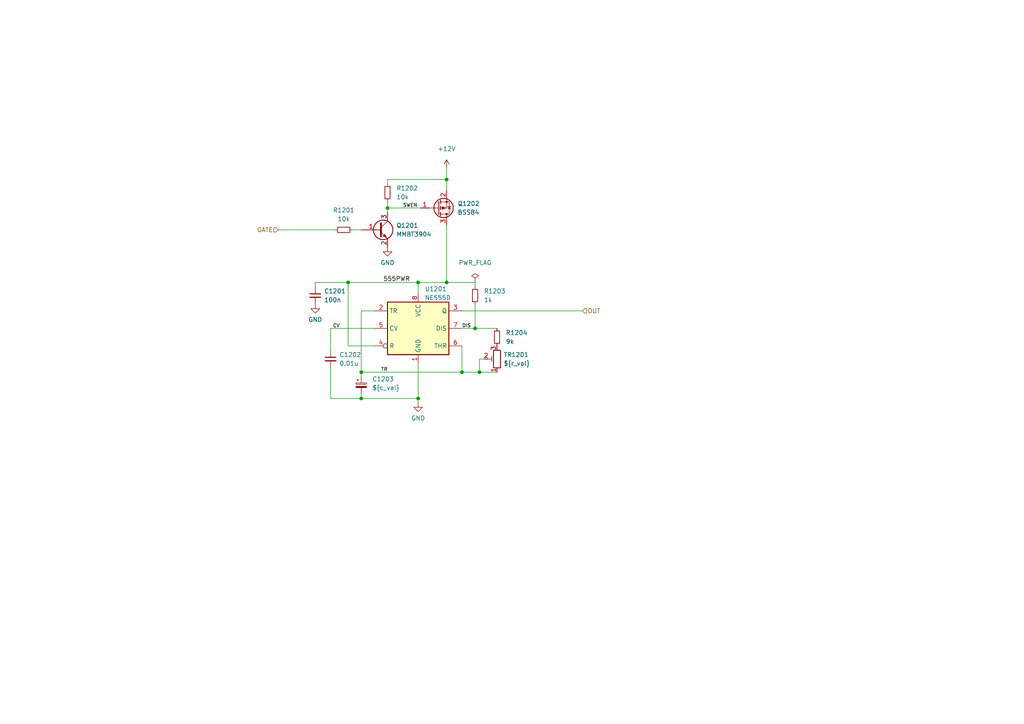
<source format=kicad_sch>
(kicad_sch (version 20211123) (generator eeschema)

  (uuid a90b1f9b-1959-4c6f-81d5-7aa7829bb25e)

  (paper "A4")

  (lib_symbols
    (symbol "Device:C_Polarized_Small" (pin_numbers hide) (pin_names (offset 0.254) hide) (in_bom yes) (on_board yes)
      (property "Reference" "C" (id 0) (at 0.254 1.778 0)
        (effects (font (size 1.27 1.27)) (justify left))
      )
      (property "Value" "C_Polarized_Small" (id 1) (at 0.254 -2.032 0)
        (effects (font (size 1.27 1.27)) (justify left))
      )
      (property "Footprint" "" (id 2) (at 0 0 0)
        (effects (font (size 1.27 1.27)) hide)
      )
      (property "Datasheet" "~" (id 3) (at 0 0 0)
        (effects (font (size 1.27 1.27)) hide)
      )
      (property "ki_keywords" "cap capacitor" (id 4) (at 0 0 0)
        (effects (font (size 1.27 1.27)) hide)
      )
      (property "ki_description" "Polarized capacitor, small symbol" (id 5) (at 0 0 0)
        (effects (font (size 1.27 1.27)) hide)
      )
      (property "ki_fp_filters" "CP_*" (id 6) (at 0 0 0)
        (effects (font (size 1.27 1.27)) hide)
      )
      (symbol "C_Polarized_Small_0_1"
        (rectangle (start -1.524 -0.3048) (end 1.524 -0.6858)
          (stroke (width 0) (type default) (color 0 0 0 0))
          (fill (type outline))
        )
        (rectangle (start -1.524 0.6858) (end 1.524 0.3048)
          (stroke (width 0) (type default) (color 0 0 0 0))
          (fill (type none))
        )
        (polyline
          (pts
            (xy -1.27 1.524)
            (xy -0.762 1.524)
          )
          (stroke (width 0) (type default) (color 0 0 0 0))
          (fill (type none))
        )
        (polyline
          (pts
            (xy -1.016 1.27)
            (xy -1.016 1.778)
          )
          (stroke (width 0) (type default) (color 0 0 0 0))
          (fill (type none))
        )
      )
      (symbol "C_Polarized_Small_1_1"
        (pin passive line (at 0 2.54 270) (length 1.8542)
          (name "~" (effects (font (size 1.27 1.27))))
          (number "1" (effects (font (size 1.27 1.27))))
        )
        (pin passive line (at 0 -2.54 90) (length 1.8542)
          (name "~" (effects (font (size 1.27 1.27))))
          (number "2" (effects (font (size 1.27 1.27))))
        )
      )
    )
    (symbol "Device:C_Small" (pin_numbers hide) (pin_names (offset 0.254) hide) (in_bom yes) (on_board yes)
      (property "Reference" "C" (id 0) (at 0.254 1.778 0)
        (effects (font (size 1.27 1.27)) (justify left))
      )
      (property "Value" "C_Small" (id 1) (at 0.254 -2.032 0)
        (effects (font (size 1.27 1.27)) (justify left))
      )
      (property "Footprint" "" (id 2) (at 0 0 0)
        (effects (font (size 1.27 1.27)) hide)
      )
      (property "Datasheet" "~" (id 3) (at 0 0 0)
        (effects (font (size 1.27 1.27)) hide)
      )
      (property "ki_keywords" "capacitor cap" (id 4) (at 0 0 0)
        (effects (font (size 1.27 1.27)) hide)
      )
      (property "ki_description" "Unpolarized capacitor, small symbol" (id 5) (at 0 0 0)
        (effects (font (size 1.27 1.27)) hide)
      )
      (property "ki_fp_filters" "C_*" (id 6) (at 0 0 0)
        (effects (font (size 1.27 1.27)) hide)
      )
      (symbol "C_Small_0_1"
        (polyline
          (pts
            (xy -1.524 -0.508)
            (xy 1.524 -0.508)
          )
          (stroke (width 0.3302) (type default) (color 0 0 0 0))
          (fill (type none))
        )
        (polyline
          (pts
            (xy -1.524 0.508)
            (xy 1.524 0.508)
          )
          (stroke (width 0.3048) (type default) (color 0 0 0 0))
          (fill (type none))
        )
      )
      (symbol "C_Small_1_1"
        (pin passive line (at 0 2.54 270) (length 2.032)
          (name "~" (effects (font (size 1.27 1.27))))
          (number "1" (effects (font (size 1.27 1.27))))
        )
        (pin passive line (at 0 -2.54 90) (length 2.032)
          (name "~" (effects (font (size 1.27 1.27))))
          (number "2" (effects (font (size 1.27 1.27))))
        )
      )
    )
    (symbol "Device:R_Potentiometer_Trim" (pin_names (offset 1.016) hide) (in_bom yes) (on_board yes)
      (property "Reference" "RV" (id 0) (at -4.445 0 90)
        (effects (font (size 1.27 1.27)))
      )
      (property "Value" "R_Potentiometer_Trim" (id 1) (at -2.54 0 90)
        (effects (font (size 1.27 1.27)))
      )
      (property "Footprint" "" (id 2) (at 0 0 0)
        (effects (font (size 1.27 1.27)) hide)
      )
      (property "Datasheet" "~" (id 3) (at 0 0 0)
        (effects (font (size 1.27 1.27)) hide)
      )
      (property "ki_keywords" "resistor variable trimpot trimmer" (id 4) (at 0 0 0)
        (effects (font (size 1.27 1.27)) hide)
      )
      (property "ki_description" "Trim-potentiometer" (id 5) (at 0 0 0)
        (effects (font (size 1.27 1.27)) hide)
      )
      (property "ki_fp_filters" "Potentiometer*" (id 6) (at 0 0 0)
        (effects (font (size 1.27 1.27)) hide)
      )
      (symbol "R_Potentiometer_Trim_0_1"
        (polyline
          (pts
            (xy 1.524 0.762)
            (xy 1.524 -0.762)
          )
          (stroke (width 0) (type default) (color 0 0 0 0))
          (fill (type none))
        )
        (polyline
          (pts
            (xy 2.54 0)
            (xy 1.524 0)
          )
          (stroke (width 0) (type default) (color 0 0 0 0))
          (fill (type none))
        )
        (rectangle (start 1.016 2.54) (end -1.016 -2.54)
          (stroke (width 0.254) (type default) (color 0 0 0 0))
          (fill (type none))
        )
      )
      (symbol "R_Potentiometer_Trim_1_1"
        (pin passive line (at 0 3.81 270) (length 1.27)
          (name "1" (effects (font (size 1.27 1.27))))
          (number "1" (effects (font (size 1.27 1.27))))
        )
        (pin passive line (at 3.81 0 180) (length 1.27)
          (name "2" (effects (font (size 1.27 1.27))))
          (number "2" (effects (font (size 1.27 1.27))))
        )
        (pin passive line (at 0 -3.81 90) (length 1.27)
          (name "3" (effects (font (size 1.27 1.27))))
          (number "3" (effects (font (size 1.27 1.27))))
        )
      )
    )
    (symbol "Device:R_Small" (pin_numbers hide) (pin_names (offset 0.254) hide) (in_bom yes) (on_board yes)
      (property "Reference" "R" (id 0) (at 0.762 0.508 0)
        (effects (font (size 1.27 1.27)) (justify left))
      )
      (property "Value" "R_Small" (id 1) (at 0.762 -1.016 0)
        (effects (font (size 1.27 1.27)) (justify left))
      )
      (property "Footprint" "" (id 2) (at 0 0 0)
        (effects (font (size 1.27 1.27)) hide)
      )
      (property "Datasheet" "~" (id 3) (at 0 0 0)
        (effects (font (size 1.27 1.27)) hide)
      )
      (property "ki_keywords" "R resistor" (id 4) (at 0 0 0)
        (effects (font (size 1.27 1.27)) hide)
      )
      (property "ki_description" "Resistor, small symbol" (id 5) (at 0 0 0)
        (effects (font (size 1.27 1.27)) hide)
      )
      (property "ki_fp_filters" "R_*" (id 6) (at 0 0 0)
        (effects (font (size 1.27 1.27)) hide)
      )
      (symbol "R_Small_0_1"
        (rectangle (start -0.762 1.778) (end 0.762 -1.778)
          (stroke (width 0.2032) (type default) (color 0 0 0 0))
          (fill (type none))
        )
      )
      (symbol "R_Small_1_1"
        (pin passive line (at 0 2.54 270) (length 0.762)
          (name "~" (effects (font (size 1.27 1.27))))
          (number "1" (effects (font (size 1.27 1.27))))
        )
        (pin passive line (at 0 -2.54 90) (length 0.762)
          (name "~" (effects (font (size 1.27 1.27))))
          (number "2" (effects (font (size 1.27 1.27))))
        )
      )
    )
    (symbol "Timer:NE555D" (in_bom yes) (on_board yes)
      (property "Reference" "U" (id 0) (at -10.16 8.89 0)
        (effects (font (size 1.27 1.27)) (justify left))
      )
      (property "Value" "NE555D" (id 1) (at 2.54 8.89 0)
        (effects (font (size 1.27 1.27)) (justify left))
      )
      (property "Footprint" "Package_SO:SOIC-8_3.9x4.9mm_P1.27mm" (id 2) (at 21.59 -10.16 0)
        (effects (font (size 1.27 1.27)) hide)
      )
      (property "Datasheet" "http://www.ti.com/lit/ds/symlink/ne555.pdf" (id 3) (at 21.59 -10.16 0)
        (effects (font (size 1.27 1.27)) hide)
      )
      (property "ki_keywords" "single timer 555" (id 4) (at 0 0 0)
        (effects (font (size 1.27 1.27)) hide)
      )
      (property "ki_description" "Precision Timers, 555 compatible, SOIC-8" (id 5) (at 0 0 0)
        (effects (font (size 1.27 1.27)) hide)
      )
      (property "ki_fp_filters" "SOIC*3.9x4.9mm*P1.27mm*" (id 6) (at 0 0 0)
        (effects (font (size 1.27 1.27)) hide)
      )
      (symbol "NE555D_0_0"
        (pin power_in line (at 0 -10.16 90) (length 2.54)
          (name "GND" (effects (font (size 1.27 1.27))))
          (number "1" (effects (font (size 1.27 1.27))))
        )
        (pin power_in line (at 0 10.16 270) (length 2.54)
          (name "VCC" (effects (font (size 1.27 1.27))))
          (number "8" (effects (font (size 1.27 1.27))))
        )
      )
      (symbol "NE555D_0_1"
        (rectangle (start -8.89 -7.62) (end 8.89 7.62)
          (stroke (width 0.254) (type default) (color 0 0 0 0))
          (fill (type background))
        )
        (rectangle (start -8.89 -7.62) (end 8.89 7.62)
          (stroke (width 0.254) (type default) (color 0 0 0 0))
          (fill (type background))
        )
      )
      (symbol "NE555D_1_1"
        (pin input line (at -12.7 5.08 0) (length 3.81)
          (name "TR" (effects (font (size 1.27 1.27))))
          (number "2" (effects (font (size 1.27 1.27))))
        )
        (pin output line (at 12.7 5.08 180) (length 3.81)
          (name "Q" (effects (font (size 1.27 1.27))))
          (number "3" (effects (font (size 1.27 1.27))))
        )
        (pin input inverted (at -12.7 -5.08 0) (length 3.81)
          (name "R" (effects (font (size 1.27 1.27))))
          (number "4" (effects (font (size 1.27 1.27))))
        )
        (pin input line (at -12.7 0 0) (length 3.81)
          (name "CV" (effects (font (size 1.27 1.27))))
          (number "5" (effects (font (size 1.27 1.27))))
        )
        (pin input line (at 12.7 -5.08 180) (length 3.81)
          (name "THR" (effects (font (size 1.27 1.27))))
          (number "6" (effects (font (size 1.27 1.27))))
        )
        (pin input line (at 12.7 0 180) (length 3.81)
          (name "DIS" (effects (font (size 1.27 1.27))))
          (number "7" (effects (font (size 1.27 1.27))))
        )
      )
    )
    (symbol "Transistor_BJT:MMBT3904" (pin_names (offset 0) hide) (in_bom yes) (on_board yes)
      (property "Reference" "Q" (id 0) (at 5.08 1.905 0)
        (effects (font (size 1.27 1.27)) (justify left))
      )
      (property "Value" "MMBT3904" (id 1) (at 5.08 0 0)
        (effects (font (size 1.27 1.27)) (justify left))
      )
      (property "Footprint" "Package_TO_SOT_SMD:SOT-23" (id 2) (at 5.08 -1.905 0)
        (effects (font (size 1.27 1.27) italic) (justify left) hide)
      )
      (property "Datasheet" "https://www.onsemi.com/pub/Collateral/2N3903-D.PDF" (id 3) (at 0 0 0)
        (effects (font (size 1.27 1.27)) (justify left) hide)
      )
      (property "ki_keywords" "NPN Transistor" (id 4) (at 0 0 0)
        (effects (font (size 1.27 1.27)) hide)
      )
      (property "ki_description" "0.2A Ic, 40V Vce, Small Signal NPN Transistor, SOT-23" (id 5) (at 0 0 0)
        (effects (font (size 1.27 1.27)) hide)
      )
      (property "ki_fp_filters" "SOT?23*" (id 6) (at 0 0 0)
        (effects (font (size 1.27 1.27)) hide)
      )
      (symbol "MMBT3904_0_1"
        (polyline
          (pts
            (xy 0.635 0.635)
            (xy 2.54 2.54)
          )
          (stroke (width 0) (type default) (color 0 0 0 0))
          (fill (type none))
        )
        (polyline
          (pts
            (xy 0.635 -0.635)
            (xy 2.54 -2.54)
            (xy 2.54 -2.54)
          )
          (stroke (width 0) (type default) (color 0 0 0 0))
          (fill (type none))
        )
        (polyline
          (pts
            (xy 0.635 1.905)
            (xy 0.635 -1.905)
            (xy 0.635 -1.905)
          )
          (stroke (width 0.508) (type default) (color 0 0 0 0))
          (fill (type none))
        )
        (polyline
          (pts
            (xy 1.27 -1.778)
            (xy 1.778 -1.27)
            (xy 2.286 -2.286)
            (xy 1.27 -1.778)
            (xy 1.27 -1.778)
          )
          (stroke (width 0) (type default) (color 0 0 0 0))
          (fill (type outline))
        )
        (circle (center 1.27 0) (radius 2.8194)
          (stroke (width 0.254) (type default) (color 0 0 0 0))
          (fill (type none))
        )
      )
      (symbol "MMBT3904_1_1"
        (pin input line (at -5.08 0 0) (length 5.715)
          (name "B" (effects (font (size 1.27 1.27))))
          (number "1" (effects (font (size 1.27 1.27))))
        )
        (pin passive line (at 2.54 -5.08 90) (length 2.54)
          (name "E" (effects (font (size 1.27 1.27))))
          (number "2" (effects (font (size 1.27 1.27))))
        )
        (pin passive line (at 2.54 5.08 270) (length 2.54)
          (name "C" (effects (font (size 1.27 1.27))))
          (number "3" (effects (font (size 1.27 1.27))))
        )
      )
    )
    (symbol "Transistor_FET:BSS84" (pin_names hide) (in_bom yes) (on_board yes)
      (property "Reference" "Q" (id 0) (at 5.08 1.905 0)
        (effects (font (size 1.27 1.27)) (justify left))
      )
      (property "Value" "BSS84" (id 1) (at 5.08 0 0)
        (effects (font (size 1.27 1.27)) (justify left))
      )
      (property "Footprint" "Package_TO_SOT_SMD:SOT-23" (id 2) (at 5.08 -1.905 0)
        (effects (font (size 1.27 1.27) italic) (justify left) hide)
      )
      (property "Datasheet" "http://assets.nexperia.com/documents/data-sheet/BSS84.pdf" (id 3) (at 0 0 0)
        (effects (font (size 1.27 1.27)) (justify left) hide)
      )
      (property "ki_keywords" "P-Channel MOSFET" (id 4) (at 0 0 0)
        (effects (font (size 1.27 1.27)) hide)
      )
      (property "ki_description" "-0.13A Id, -50V Vds, P-Channel MOSFET, SOT-23" (id 5) (at 0 0 0)
        (effects (font (size 1.27 1.27)) hide)
      )
      (property "ki_fp_filters" "SOT?23*" (id 6) (at 0 0 0)
        (effects (font (size 1.27 1.27)) hide)
      )
      (symbol "BSS84_0_1"
        (polyline
          (pts
            (xy 0.254 0)
            (xy -2.54 0)
          )
          (stroke (width 0) (type default) (color 0 0 0 0))
          (fill (type none))
        )
        (polyline
          (pts
            (xy 0.254 1.905)
            (xy 0.254 -1.905)
          )
          (stroke (width 0.254) (type default) (color 0 0 0 0))
          (fill (type none))
        )
        (polyline
          (pts
            (xy 0.762 -1.27)
            (xy 0.762 -2.286)
          )
          (stroke (width 0.254) (type default) (color 0 0 0 0))
          (fill (type none))
        )
        (polyline
          (pts
            (xy 0.762 0.508)
            (xy 0.762 -0.508)
          )
          (stroke (width 0.254) (type default) (color 0 0 0 0))
          (fill (type none))
        )
        (polyline
          (pts
            (xy 0.762 2.286)
            (xy 0.762 1.27)
          )
          (stroke (width 0.254) (type default) (color 0 0 0 0))
          (fill (type none))
        )
        (polyline
          (pts
            (xy 2.54 2.54)
            (xy 2.54 1.778)
          )
          (stroke (width 0) (type default) (color 0 0 0 0))
          (fill (type none))
        )
        (polyline
          (pts
            (xy 2.54 -2.54)
            (xy 2.54 0)
            (xy 0.762 0)
          )
          (stroke (width 0) (type default) (color 0 0 0 0))
          (fill (type none))
        )
        (polyline
          (pts
            (xy 0.762 1.778)
            (xy 3.302 1.778)
            (xy 3.302 -1.778)
            (xy 0.762 -1.778)
          )
          (stroke (width 0) (type default) (color 0 0 0 0))
          (fill (type none))
        )
        (polyline
          (pts
            (xy 2.286 0)
            (xy 1.27 0.381)
            (xy 1.27 -0.381)
            (xy 2.286 0)
          )
          (stroke (width 0) (type default) (color 0 0 0 0))
          (fill (type outline))
        )
        (polyline
          (pts
            (xy 2.794 -0.508)
            (xy 2.921 -0.381)
            (xy 3.683 -0.381)
            (xy 3.81 -0.254)
          )
          (stroke (width 0) (type default) (color 0 0 0 0))
          (fill (type none))
        )
        (polyline
          (pts
            (xy 3.302 -0.381)
            (xy 2.921 0.254)
            (xy 3.683 0.254)
            (xy 3.302 -0.381)
          )
          (stroke (width 0) (type default) (color 0 0 0 0))
          (fill (type none))
        )
        (circle (center 1.651 0) (radius 2.794)
          (stroke (width 0.254) (type default) (color 0 0 0 0))
          (fill (type none))
        )
        (circle (center 2.54 -1.778) (radius 0.254)
          (stroke (width 0) (type default) (color 0 0 0 0))
          (fill (type outline))
        )
        (circle (center 2.54 1.778) (radius 0.254)
          (stroke (width 0) (type default) (color 0 0 0 0))
          (fill (type outline))
        )
      )
      (symbol "BSS84_1_1"
        (pin input line (at -5.08 0 0) (length 2.54)
          (name "G" (effects (font (size 1.27 1.27))))
          (number "1" (effects (font (size 1.27 1.27))))
        )
        (pin passive line (at 2.54 -5.08 90) (length 2.54)
          (name "S" (effects (font (size 1.27 1.27))))
          (number "2" (effects (font (size 1.27 1.27))))
        )
        (pin passive line (at 2.54 5.08 270) (length 2.54)
          (name "D" (effects (font (size 1.27 1.27))))
          (number "3" (effects (font (size 1.27 1.27))))
        )
      )
    )
    (symbol "power:+12V" (power) (pin_names (offset 0)) (in_bom yes) (on_board yes)
      (property "Reference" "#PWR" (id 0) (at 0 -3.81 0)
        (effects (font (size 1.27 1.27)) hide)
      )
      (property "Value" "+12V" (id 1) (at 0 3.556 0)
        (effects (font (size 1.27 1.27)))
      )
      (property "Footprint" "" (id 2) (at 0 0 0)
        (effects (font (size 1.27 1.27)) hide)
      )
      (property "Datasheet" "" (id 3) (at 0 0 0)
        (effects (font (size 1.27 1.27)) hide)
      )
      (property "ki_keywords" "power-flag" (id 4) (at 0 0 0)
        (effects (font (size 1.27 1.27)) hide)
      )
      (property "ki_description" "Power symbol creates a global label with name \"+12V\"" (id 5) (at 0 0 0)
        (effects (font (size 1.27 1.27)) hide)
      )
      (symbol "+12V_0_1"
        (polyline
          (pts
            (xy -0.762 1.27)
            (xy 0 2.54)
          )
          (stroke (width 0) (type default) (color 0 0 0 0))
          (fill (type none))
        )
        (polyline
          (pts
            (xy 0 0)
            (xy 0 2.54)
          )
          (stroke (width 0) (type default) (color 0 0 0 0))
          (fill (type none))
        )
        (polyline
          (pts
            (xy 0 2.54)
            (xy 0.762 1.27)
          )
          (stroke (width 0) (type default) (color 0 0 0 0))
          (fill (type none))
        )
      )
      (symbol "+12V_1_1"
        (pin power_in line (at 0 0 90) (length 0) hide
          (name "+12V" (effects (font (size 1.27 1.27))))
          (number "1" (effects (font (size 1.27 1.27))))
        )
      )
    )
    (symbol "power:GND" (power) (pin_names (offset 0)) (in_bom yes) (on_board yes)
      (property "Reference" "#PWR" (id 0) (at 0 -6.35 0)
        (effects (font (size 1.27 1.27)) hide)
      )
      (property "Value" "GND" (id 1) (at 0 -3.81 0)
        (effects (font (size 1.27 1.27)))
      )
      (property "Footprint" "" (id 2) (at 0 0 0)
        (effects (font (size 1.27 1.27)) hide)
      )
      (property "Datasheet" "" (id 3) (at 0 0 0)
        (effects (font (size 1.27 1.27)) hide)
      )
      (property "ki_keywords" "power-flag" (id 4) (at 0 0 0)
        (effects (font (size 1.27 1.27)) hide)
      )
      (property "ki_description" "Power symbol creates a global label with name \"GND\" , ground" (id 5) (at 0 0 0)
        (effects (font (size 1.27 1.27)) hide)
      )
      (symbol "GND_0_1"
        (polyline
          (pts
            (xy 0 0)
            (xy 0 -1.27)
            (xy 1.27 -1.27)
            (xy 0 -2.54)
            (xy -1.27 -1.27)
            (xy 0 -1.27)
          )
          (stroke (width 0) (type default) (color 0 0 0 0))
          (fill (type none))
        )
      )
      (symbol "GND_1_1"
        (pin power_in line (at 0 0 270) (length 0) hide
          (name "GND" (effects (font (size 1.27 1.27))))
          (number "1" (effects (font (size 1.27 1.27))))
        )
      )
    )
    (symbol "power:PWR_FLAG" (power) (pin_numbers hide) (pin_names (offset 0) hide) (in_bom yes) (on_board yes)
      (property "Reference" "#FLG" (id 0) (at 0 1.905 0)
        (effects (font (size 1.27 1.27)) hide)
      )
      (property "Value" "PWR_FLAG" (id 1) (at 0 3.81 0)
        (effects (font (size 1.27 1.27)))
      )
      (property "Footprint" "" (id 2) (at 0 0 0)
        (effects (font (size 1.27 1.27)) hide)
      )
      (property "Datasheet" "~" (id 3) (at 0 0 0)
        (effects (font (size 1.27 1.27)) hide)
      )
      (property "ki_keywords" "power-flag" (id 4) (at 0 0 0)
        (effects (font (size 1.27 1.27)) hide)
      )
      (property "ki_description" "Special symbol for telling ERC where power comes from" (id 5) (at 0 0 0)
        (effects (font (size 1.27 1.27)) hide)
      )
      (symbol "PWR_FLAG_0_0"
        (pin power_out line (at 0 0 90) (length 0)
          (name "pwr" (effects (font (size 1.27 1.27))))
          (number "1" (effects (font (size 1.27 1.27))))
        )
      )
      (symbol "PWR_FLAG_0_1"
        (polyline
          (pts
            (xy 0 0)
            (xy 0 1.27)
            (xy -1.016 1.905)
            (xy 0 2.54)
            (xy 1.016 1.905)
            (xy 0 1.27)
          )
          (stroke (width 0) (type default) (color 0 0 0 0))
          (fill (type none))
        )
      )
    )
  )

  (junction (at 129.54 81.915) (diameter 0) (color 0 0 0 0)
    (uuid 5e09d4da-fcca-479e-8306-7dbeda444bed)
  )
  (junction (at 129.54 52.07) (diameter 0) (color 0 0 0 0)
    (uuid 62167d0b-6598-49b7-9df5-9ec90d6cdf4d)
  )
  (junction (at 104.775 115.57) (diameter 0) (color 0 0 0 0)
    (uuid 630d8b55-2334-47c1-be73-fa3b4ad9f0b9)
  )
  (junction (at 104.775 107.95) (diameter 0) (color 0 0 0 0)
    (uuid a1a6289d-38c4-4826-a34a-01c8abf09b14)
  )
  (junction (at 121.285 115.57) (diameter 0) (color 0 0 0 0)
    (uuid a1b7b0ad-25a6-478b-81af-0f8d7add8d00)
  )
  (junction (at 100.965 81.915) (diameter 0) (color 0 0 0 0)
    (uuid a8799d19-62d3-4734-80b6-e9d96c87614e)
  )
  (junction (at 121.285 81.915) (diameter 0) (color 0 0 0 0)
    (uuid ab1908aa-b14d-48bc-9f59-703cbcaab7cf)
  )
  (junction (at 139.065 107.95) (diameter 0) (color 0 0 0 0)
    (uuid b2795871-2509-4986-8bd2-255d4fa785cd)
  )
  (junction (at 137.795 95.25) (diameter 0) (color 0 0 0 0)
    (uuid b82aed52-7d9b-405a-826c-107d5d6bf096)
  )
  (junction (at 112.395 60.325) (diameter 0) (color 0 0 0 0)
    (uuid d806c9e7-761f-4ccd-8bba-605302ffc784)
  )
  (junction (at 133.985 107.95) (diameter 0) (color 0 0 0 0)
    (uuid e7877a0c-f0fe-44b8-a1a5-0e44a14944ab)
  )

  (wire (pts (xy 139.065 107.95) (xy 133.985 107.95))
    (stroke (width 0) (type default) (color 0 0 0 0))
    (uuid 06ddd0c9-a6ea-4ad3-91c9-f567113b10e3)
  )
  (wire (pts (xy 112.395 60.325) (xy 121.92 60.325))
    (stroke (width 0) (type default) (color 0 0 0 0))
    (uuid 075bbee3-d6ac-4cb9-92e5-c802c18b8c95)
  )
  (wire (pts (xy 112.395 58.42) (xy 112.395 60.325))
    (stroke (width 0) (type default) (color 0 0 0 0))
    (uuid 0cc45afc-4379-4cd7-a2f5-b6d56a99eeba)
  )
  (wire (pts (xy 80.645 66.675) (xy 97.155 66.675))
    (stroke (width 0) (type default) (color 0 0 0 0))
    (uuid 1f3cec33-c5d4-42cf-9b3c-cac8c9d4f476)
  )
  (wire (pts (xy 139.065 104.14) (xy 139.065 107.95))
    (stroke (width 0) (type default) (color 0 0 0 0))
    (uuid 21016f9f-4e45-4faf-8635-319c8c83d452)
  )
  (wire (pts (xy 133.985 100.33) (xy 133.985 107.95))
    (stroke (width 0) (type default) (color 0 0 0 0))
    (uuid 27b15152-5167-4298-ae0f-06442ae89d22)
  )
  (wire (pts (xy 121.285 105.41) (xy 121.285 115.57))
    (stroke (width 0) (type default) (color 0 0 0 0))
    (uuid 2b570b8a-109a-422b-9186-c6f91a7cc0d3)
  )
  (wire (pts (xy 144.145 95.25) (xy 137.795 95.25))
    (stroke (width 0) (type default) (color 0 0 0 0))
    (uuid 2f3053e0-7eaa-473b-b723-7fdc84526a8c)
  )
  (wire (pts (xy 108.585 100.33) (xy 100.965 100.33))
    (stroke (width 0) (type default) (color 0 0 0 0))
    (uuid 3b65cb1e-5a26-4669-b1a2-072b696107e7)
  )
  (wire (pts (xy 104.775 115.57) (xy 121.285 115.57))
    (stroke (width 0) (type default) (color 0 0 0 0))
    (uuid 4279a3dd-142b-412f-aba0-cf0f4679e11d)
  )
  (wire (pts (xy 95.885 101.6) (xy 95.885 95.25))
    (stroke (width 0) (type default) (color 0 0 0 0))
    (uuid 43c8e238-d708-4989-b6eb-6bf5d801b07f)
  )
  (wire (pts (xy 129.54 81.915) (xy 137.795 81.915))
    (stroke (width 0) (type default) (color 0 0 0 0))
    (uuid 47848156-76c9-44cc-a989-4926bc5be57b)
  )
  (wire (pts (xy 102.235 66.675) (xy 104.775 66.675))
    (stroke (width 0) (type default) (color 0 0 0 0))
    (uuid 4f6eee83-5303-45e9-8392-4851d727108a)
  )
  (wire (pts (xy 104.775 109.22) (xy 104.775 107.95))
    (stroke (width 0) (type default) (color 0 0 0 0))
    (uuid 589ebebd-5cfb-4545-9afd-98a761b65063)
  )
  (wire (pts (xy 129.54 65.405) (xy 129.54 81.915))
    (stroke (width 0) (type default) (color 0 0 0 0))
    (uuid 59eafc9c-f3e2-41e5-9497-3b11c69b25c0)
  )
  (wire (pts (xy 140.335 104.14) (xy 139.065 104.14))
    (stroke (width 0) (type default) (color 0 0 0 0))
    (uuid 5fa25b89-90a9-492d-a85a-abd25804fc1d)
  )
  (wire (pts (xy 100.965 81.915) (xy 121.285 81.915))
    (stroke (width 0) (type default) (color 0 0 0 0))
    (uuid 64f47944-857b-4dd3-81c2-8420ac1b2619)
  )
  (wire (pts (xy 121.285 81.915) (xy 121.285 85.09))
    (stroke (width 0) (type default) (color 0 0 0 0))
    (uuid 6c38259e-37e1-448c-beee-0476808f3745)
  )
  (wire (pts (xy 95.885 95.25) (xy 108.585 95.25))
    (stroke (width 0) (type default) (color 0 0 0 0))
    (uuid 70d4fb28-e842-454d-a879-39e52579517f)
  )
  (wire (pts (xy 95.885 115.57) (xy 95.885 106.68))
    (stroke (width 0) (type default) (color 0 0 0 0))
    (uuid 729e856b-9b1a-4571-9fda-9b5db85564ab)
  )
  (wire (pts (xy 129.54 81.915) (xy 121.285 81.915))
    (stroke (width 0) (type default) (color 0 0 0 0))
    (uuid 83ddc02f-3b11-4658-95bc-fb7fb38a296d)
  )
  (wire (pts (xy 100.965 100.33) (xy 100.965 81.915))
    (stroke (width 0) (type default) (color 0 0 0 0))
    (uuid 84913913-2b70-4e7e-8a04-f59dc46fbc82)
  )
  (wire (pts (xy 144.145 107.95) (xy 139.065 107.95))
    (stroke (width 0) (type default) (color 0 0 0 0))
    (uuid 867b056e-1dd5-49ff-9c60-c7e238c9fb76)
  )
  (wire (pts (xy 100.965 81.915) (xy 91.44 81.915))
    (stroke (width 0) (type default) (color 0 0 0 0))
    (uuid 86ac770b-0f97-4df1-a67d-4b7fb8a1e54b)
  )
  (wire (pts (xy 112.395 53.34) (xy 112.395 52.07))
    (stroke (width 0) (type default) (color 0 0 0 0))
    (uuid 8f851cb5-ab46-4fab-bfae-1fc2a316fbcb)
  )
  (wire (pts (xy 112.395 52.07) (xy 129.54 52.07))
    (stroke (width 0) (type default) (color 0 0 0 0))
    (uuid 9cc38e11-80bf-4bb7-96d1-6de790fadf9d)
  )
  (wire (pts (xy 104.775 90.17) (xy 108.585 90.17))
    (stroke (width 0) (type default) (color 0 0 0 0))
    (uuid 9ff62801-3e50-4585-8a8f-61733f8ac4bb)
  )
  (wire (pts (xy 104.775 107.95) (xy 104.775 90.17))
    (stroke (width 0) (type default) (color 0 0 0 0))
    (uuid a3bf7523-0f5b-41a7-9b31-b874787e54ef)
  )
  (wire (pts (xy 133.985 90.17) (xy 168.91 90.17))
    (stroke (width 0) (type default) (color 0 0 0 0))
    (uuid a6b39912-8175-43db-b857-ef3e044e5c4e)
  )
  (wire (pts (xy 129.54 52.07) (xy 129.54 55.245))
    (stroke (width 0) (type default) (color 0 0 0 0))
    (uuid a761032c-018e-4400-bce2-02413a320c0a)
  )
  (wire (pts (xy 104.775 115.57) (xy 95.885 115.57))
    (stroke (width 0) (type default) (color 0 0 0 0))
    (uuid afd3e5d8-2bef-4e63-a052-6dc5d641538a)
  )
  (wire (pts (xy 104.775 115.57) (xy 104.775 114.3))
    (stroke (width 0) (type default) (color 0 0 0 0))
    (uuid bc0b0f4f-1d85-4e48-b6b2-a4edede16db9)
  )
  (wire (pts (xy 112.395 60.325) (xy 112.395 61.595))
    (stroke (width 0) (type default) (color 0 0 0 0))
    (uuid cce6ad35-e88c-400f-b4b0-c06eb5dd3c29)
  )
  (wire (pts (xy 121.285 116.84) (xy 121.285 115.57))
    (stroke (width 0) (type default) (color 0 0 0 0))
    (uuid d018cc3d-57ff-4aef-9c3a-dc97fc39001d)
  )
  (wire (pts (xy 137.795 88.265) (xy 137.795 95.25))
    (stroke (width 0) (type default) (color 0 0 0 0))
    (uuid e09f1872-8437-4ca8-9b08-305d8222645a)
  )
  (wire (pts (xy 137.795 83.185) (xy 137.795 81.915))
    (stroke (width 0) (type default) (color 0 0 0 0))
    (uuid e103bfd7-2a61-4cf8-8cba-2531049e2b54)
  )
  (wire (pts (xy 133.985 107.95) (xy 104.775 107.95))
    (stroke (width 0) (type default) (color 0 0 0 0))
    (uuid ec774ee7-ea32-4768-9638-46edba2aefa9)
  )
  (wire (pts (xy 91.44 81.915) (xy 91.44 83.185))
    (stroke (width 0) (type default) (color 0 0 0 0))
    (uuid f37ddb53-5922-4fdf-b445-e61cd3702d46)
  )
  (wire (pts (xy 133.985 95.25) (xy 137.795 95.25))
    (stroke (width 0) (type default) (color 0 0 0 0))
    (uuid fa325855-5a20-4c40-b392-d2facfcfe14e)
  )
  (wire (pts (xy 129.54 48.895) (xy 129.54 52.07))
    (stroke (width 0) (type default) (color 0 0 0 0))
    (uuid ff6839b7-0382-4d0e-b167-f2f7543832ec)
  )

  (label "CV" (at 96.52 95.25 0)
    (effects (font (size 1 1)) (justify left bottom))
    (uuid 0c882c65-a66f-47b3-911f-faa45ae750f2)
  )
  (label "555PWR" (at 111.125 81.915 0)
    (effects (font (size 1.27 1.27)) (justify left bottom))
    (uuid 43a8696f-ed67-474d-961c-0383a1b46efb)
  )
  (label "SWEN" (at 116.84 60.325 0)
    (effects (font (size 1 1)) (justify left bottom))
    (uuid 47d33a53-415b-4782-8ad9-b3d30c54b570)
  )
  (label "TR" (at 110.49 107.95 0)
    (effects (font (size 1 1)) (justify left bottom))
    (uuid dfba579c-06ab-4349-a6e0-2aa08462411b)
  )
  (label "DIS" (at 133.985 95.25 0)
    (effects (font (size 1 1)) (justify left bottom))
    (uuid f1f4889f-5ff3-41fe-922f-2b1e879ab480)
  )

  (hierarchical_label "GATE" (shape input) (at 80.645 66.675 180)
    (effects (font (size 1.27 1.27)) (justify right))
    (uuid 3d1f7330-4c97-4c3b-92e2-7ccf23e84403)
  )
  (hierarchical_label "OUT" (shape input) (at 168.91 90.17 0)
    (effects (font (size 1.27 1.27)) (justify left))
    (uuid 75bd7d4d-4dd0-41fa-8af3-f8934c58162b)
  )

  (symbol (lib_id "power:PWR_FLAG") (at 137.795 81.915 0)
    (in_bom yes) (on_board yes) (fields_autoplaced)
    (uuid 0db56d5c-9aa2-4785-b60b-82f267a2be17)
    (property "Reference" "#FLG0113" (id 0) (at 137.795 80.01 0)
      (effects (font (size 1.27 1.27)) hide)
    )
    (property "Value" "PWR_FLAG" (id 1) (at 137.795 76.2 0))
    (property "Footprint" "" (id 2) (at 137.795 81.915 0)
      (effects (font (size 1.27 1.27)) hide)
    )
    (property "Datasheet" "~" (id 3) (at 137.795 81.915 0)
      (effects (font (size 1.27 1.27)) hide)
    )
    (pin "1" (uuid 6f9b3ce9-0003-4406-bea4-8a95c13e7d6a))
  )

  (symbol (lib_id "Device:R_Potentiometer_Trim") (at 144.145 104.14 180)
    (in_bom yes) (on_board yes) (fields_autoplaced)
    (uuid 11250487-1da3-4847-a6f8-d994c3e00b24)
    (property "Reference" "TR1201" (id 0) (at 146.05 102.8699 0)
      (effects (font (size 1.27 1.27)) (justify right))
    )
    (property "Value" "${r_val}" (id 1) (at 146.05 105.4099 0)
      (effects (font (size 1.27 1.27)) (justify right))
    )
    (property "Footprint" "TripleFiveSynth:Potentiometer_Bourns_3224W_Vertical" (id 2) (at 144.145 104.14 0)
      (effects (font (size 1.27 1.27)) hide)
    )
    (property "Datasheet" "~" (id 3) (at 144.145 104.14 0)
      (effects (font (size 1.27 1.27)) hide)
    )
    (pin "1" (uuid f86ca39f-4224-4a5c-ba1a-24bcda5dae89))
    (pin "2" (uuid 78c55dce-bd16-46fb-8de1-db1377dadff9))
    (pin "3" (uuid b72dd3b3-31c1-4971-b175-c8e328b96916))
  )

  (symbol (lib_id "power:GND") (at 121.285 116.84 0)
    (in_bom yes) (on_board yes) (fields_autoplaced)
    (uuid 15546f0e-7a80-41af-a3e4-99a7a8c7b676)
    (property "Reference" "#PWR0153" (id 0) (at 121.285 123.19 0)
      (effects (font (size 1.27 1.27)) hide)
    )
    (property "Value" "GND" (id 1) (at 121.285 121.285 0))
    (property "Footprint" "" (id 2) (at 121.285 116.84 0)
      (effects (font (size 1.27 1.27)) hide)
    )
    (property "Datasheet" "" (id 3) (at 121.285 116.84 0)
      (effects (font (size 1.27 1.27)) hide)
    )
    (pin "1" (uuid c7b9390d-ef51-4522-a97a-3446bb022010))
  )

  (symbol (lib_id "Transistor_BJT:MMBT3904") (at 109.855 66.675 0)
    (in_bom yes) (on_board yes) (fields_autoplaced)
    (uuid 1eb7f254-48cb-4909-bb4e-ea205d00f94d)
    (property "Reference" "Q1201" (id 0) (at 114.935 65.4049 0)
      (effects (font (size 1.27 1.27)) (justify left))
    )
    (property "Value" "MMBT3904" (id 1) (at 114.935 67.9449 0)
      (effects (font (size 1.27 1.27)) (justify left))
    )
    (property "Footprint" "Package_TO_SOT_SMD:SOT-23" (id 2) (at 114.935 68.58 0)
      (effects (font (size 1.27 1.27) italic) (justify left) hide)
    )
    (property "Datasheet" "https://www.onsemi.com/pub/Collateral/2N3903-D.PDF" (id 3) (at 109.855 66.675 0)
      (effects (font (size 1.27 1.27)) (justify left) hide)
    )
    (pin "1" (uuid 2ee802b0-fa1b-425e-b3fc-2926d31a3317))
    (pin "2" (uuid ce4bfce5-5a98-4bfc-a7e8-8411b0c83e11))
    (pin "3" (uuid 42202ab4-d9d6-4893-b0c5-e97adf7bf735))
  )

  (symbol (lib_id "Timer:NE555D") (at 121.285 95.25 0)
    (in_bom yes) (on_board yes)
    (uuid 23609297-2cc7-40ef-9ea7-449a2f0079de)
    (property "Reference" "U1201" (id 0) (at 123.19 83.82 0)
      (effects (font (size 1.27 1.27)) (justify left))
    )
    (property "Value" "NE555D" (id 1) (at 123.19 86.36 0)
      (effects (font (size 1.27 1.27)) (justify left))
    )
    (property "Footprint" "Package_SO:SOIC-8_3.9x4.9mm_P1.27mm" (id 2) (at 142.875 105.41 0)
      (effects (font (size 1.27 1.27)) hide)
    )
    (property "Datasheet" "http://www.ti.com/lit/ds/symlink/ne555.pdf" (id 3) (at 142.875 105.41 0)
      (effects (font (size 1.27 1.27)) hide)
    )
    (pin "1" (uuid df2dbb8d-2e52-479c-9aa7-c540bfef44bb))
    (pin "8" (uuid dbc384f9-5f38-4f93-a88c-1b1bc5959ec6))
    (pin "2" (uuid 5a96d3c7-0cc7-43b2-9a23-69a2339bc578))
    (pin "3" (uuid 7c5c8129-0fb4-4364-b43a-5bfb552ffc79))
    (pin "4" (uuid f8a306c8-ac79-4019-af28-887c8fb57f53))
    (pin "5" (uuid 2a033d4e-6371-49c0-89e6-201155236b2c))
    (pin "6" (uuid e3e12d8e-c106-4221-aea9-22083e14749a))
    (pin "7" (uuid dcd4256b-837d-4116-a816-04418b3394de))
  )

  (symbol (lib_id "Device:C_Small") (at 95.885 104.14 0)
    (in_bom yes) (on_board yes) (fields_autoplaced)
    (uuid 2ad47cb7-2e83-46dc-8238-c822230299ef)
    (property "Reference" "C1202" (id 0) (at 98.425 102.8762 0)
      (effects (font (size 1.27 1.27)) (justify left))
    )
    (property "Value" "0.01u" (id 1) (at 98.425 105.4162 0)
      (effects (font (size 1.27 1.27)) (justify left))
    )
    (property "Footprint" "Capacitor_SMD:C_0603_1608Metric" (id 2) (at 95.885 104.14 0)
      (effects (font (size 1.27 1.27)) hide)
    )
    (property "Datasheet" "~" (id 3) (at 95.885 104.14 0)
      (effects (font (size 1.27 1.27)) hide)
    )
    (pin "1" (uuid 7d2b19f2-da73-4970-baf9-579673d99fd3))
    (pin "2" (uuid c6f07f09-0dc1-4ce1-8fe0-f084de5bcbc2))
  )

  (symbol (lib_id "power:GND") (at 91.44 88.265 0)
    (in_bom yes) (on_board yes) (fields_autoplaced)
    (uuid 5bd3c37e-064a-48f5-955e-5fd9664a8a81)
    (property "Reference" "#PWR0150" (id 0) (at 91.44 94.615 0)
      (effects (font (size 1.27 1.27)) hide)
    )
    (property "Value" "GND" (id 1) (at 91.44 92.71 0))
    (property "Footprint" "" (id 2) (at 91.44 88.265 0)
      (effects (font (size 1.27 1.27)) hide)
    )
    (property "Datasheet" "" (id 3) (at 91.44 88.265 0)
      (effects (font (size 1.27 1.27)) hide)
    )
    (pin "1" (uuid c46704c8-86a9-4f34-9da9-6591a57c007e))
  )

  (symbol (lib_id "Device:C_Small") (at 91.44 85.725 0)
    (in_bom yes) (on_board yes) (fields_autoplaced)
    (uuid 5bdd29cb-8f55-4095-af05-9d35ec92d17e)
    (property "Reference" "C1201" (id 0) (at 93.98 84.4612 0)
      (effects (font (size 1.27 1.27)) (justify left))
    )
    (property "Value" "100n" (id 1) (at 93.98 87.0012 0)
      (effects (font (size 1.27 1.27)) (justify left))
    )
    (property "Footprint" "Capacitor_SMD:C_0603_1608Metric" (id 2) (at 91.44 85.725 0)
      (effects (font (size 1.27 1.27)) hide)
    )
    (property "Datasheet" "~" (id 3) (at 91.44 85.725 0)
      (effects (font (size 1.27 1.27)) hide)
    )
    (pin "1" (uuid 577b8a16-4a9c-4a68-b5b6-edd8faac8397))
    (pin "2" (uuid 4736816d-9361-4383-9d46-9f67b0c0e530))
  )

  (symbol (lib_id "Device:R_Small") (at 137.795 85.725 180)
    (in_bom yes) (on_board yes) (fields_autoplaced)
    (uuid 666642c1-415d-45fa-b3d7-f3492c5de74e)
    (property "Reference" "R1203" (id 0) (at 140.335 84.4549 0)
      (effects (font (size 1.27 1.27)) (justify right))
    )
    (property "Value" "1k" (id 1) (at 140.335 86.9949 0)
      (effects (font (size 1.27 1.27)) (justify right))
    )
    (property "Footprint" "Resistor_SMD:R_0603_1608Metric" (id 2) (at 137.795 85.725 0)
      (effects (font (size 1.27 1.27)) hide)
    )
    (property "Datasheet" "~" (id 3) (at 137.795 85.725 0)
      (effects (font (size 1.27 1.27)) hide)
    )
    (pin "1" (uuid 7321c15d-b21a-4e24-b37c-56b0bbc09be0))
    (pin "2" (uuid fa41e29d-88ec-46c4-aebc-47278b62cd14))
  )

  (symbol (lib_id "Device:R_Small") (at 112.395 55.88 0)
    (in_bom yes) (on_board yes) (fields_autoplaced)
    (uuid 81363b7e-8597-4cb7-9edc-d27de4475c23)
    (property "Reference" "R1202" (id 0) (at 114.935 54.6099 0)
      (effects (font (size 1.27 1.27)) (justify left))
    )
    (property "Value" "10k" (id 1) (at 114.935 57.1499 0)
      (effects (font (size 1.27 1.27)) (justify left))
    )
    (property "Footprint" "Resistor_SMD:R_0603_1608Metric" (id 2) (at 112.395 55.88 0)
      (effects (font (size 1.27 1.27)) hide)
    )
    (property "Datasheet" "~" (id 3) (at 112.395 55.88 0)
      (effects (font (size 1.27 1.27)) hide)
    )
    (pin "1" (uuid 939e4e52-8c7a-46ed-8f10-1ca4a7c87134))
    (pin "2" (uuid 81fc7c95-3729-407f-8cd3-67ddcb31068d))
  )

  (symbol (lib_id "power:+12V") (at 129.54 48.895 0)
    (in_bom yes) (on_board yes) (fields_autoplaced)
    (uuid 821cc154-2ee3-42c9-b759-e5370ad6d5bf)
    (property "Reference" "#PWR0152" (id 0) (at 129.54 52.705 0)
      (effects (font (size 1.27 1.27)) hide)
    )
    (property "Value" "+12V" (id 1) (at 129.54 43.18 0))
    (property "Footprint" "" (id 2) (at 129.54 48.895 0)
      (effects (font (size 1.27 1.27)) hide)
    )
    (property "Datasheet" "" (id 3) (at 129.54 48.895 0)
      (effects (font (size 1.27 1.27)) hide)
    )
    (pin "1" (uuid d401eb13-8860-4077-955f-4bfc416a948a))
  )

  (symbol (lib_id "Device:R_Small") (at 99.695 66.675 270)
    (in_bom yes) (on_board yes) (fields_autoplaced)
    (uuid a5d28cc5-0d06-4447-b5dd-7837324167af)
    (property "Reference" "R1201" (id 0) (at 99.695 60.96 90))
    (property "Value" "10k" (id 1) (at 99.695 63.5 90))
    (property "Footprint" "Resistor_SMD:R_0603_1608Metric" (id 2) (at 99.695 66.675 0)
      (effects (font (size 1.27 1.27)) hide)
    )
    (property "Datasheet" "~" (id 3) (at 99.695 66.675 0)
      (effects (font (size 1.27 1.27)) hide)
    )
    (pin "1" (uuid a8c6bc6d-2811-47c5-9f9c-f3cfffee3f9a))
    (pin "2" (uuid 76402b48-7692-49f0-9839-a5f40bfaba17))
  )

  (symbol (lib_id "power:GND") (at 112.395 71.755 0)
    (in_bom yes) (on_board yes) (fields_autoplaced)
    (uuid ac41c881-4747-4f72-a6fa-727a5e87b2f9)
    (property "Reference" "#PWR0151" (id 0) (at 112.395 78.105 0)
      (effects (font (size 1.27 1.27)) hide)
    )
    (property "Value" "GND" (id 1) (at 112.395 76.2 0))
    (property "Footprint" "" (id 2) (at 112.395 71.755 0)
      (effects (font (size 1.27 1.27)) hide)
    )
    (property "Datasheet" "" (id 3) (at 112.395 71.755 0)
      (effects (font (size 1.27 1.27)) hide)
    )
    (pin "1" (uuid 2d8922de-9868-47a1-aae8-6c8d494014c2))
  )

  (symbol (lib_id "Transistor_FET:BSS84") (at 127 60.325 0) (mirror x)
    (in_bom yes) (on_board yes) (fields_autoplaced)
    (uuid b8d5da17-fec6-415b-baf4-cf16df13c270)
    (property "Reference" "Q1202" (id 0) (at 132.715 59.0549 0)
      (effects (font (size 1.27 1.27)) (justify left))
    )
    (property "Value" "BSS84" (id 1) (at 132.715 61.5949 0)
      (effects (font (size 1.27 1.27)) (justify left))
    )
    (property "Footprint" "Package_TO_SOT_SMD:SOT-23" (id 2) (at 132.08 58.42 0)
      (effects (font (size 1.27 1.27) italic) (justify left) hide)
    )
    (property "Datasheet" "http://assets.nexperia.com/documents/data-sheet/BSS84.pdf" (id 3) (at 127 60.325 0)
      (effects (font (size 1.27 1.27)) (justify left) hide)
    )
    (pin "1" (uuid 7cb4fb3b-b796-452f-ad8a-f0ba2550dca6))
    (pin "2" (uuid 1c698887-21f1-447e-a45e-a8007747a641))
    (pin "3" (uuid d77dbc8f-4d1f-4bf9-9c48-ad926f3836cd))
  )

  (symbol (lib_id "Device:R_Small") (at 144.145 97.79 180)
    (in_bom yes) (on_board yes) (fields_autoplaced)
    (uuid e4b48bf1-3e6d-4699-9310-e6351dcb43d4)
    (property "Reference" "R1204" (id 0) (at 146.685 96.5199 0)
      (effects (font (size 1.27 1.27)) (justify right))
    )
    (property "Value" "9k" (id 1) (at 146.685 99.0599 0)
      (effects (font (size 1.27 1.27)) (justify right))
    )
    (property "Footprint" "Resistor_SMD:R_0603_1608Metric" (id 2) (at 144.145 97.79 0)
      (effects (font (size 1.27 1.27)) hide)
    )
    (property "Datasheet" "~" (id 3) (at 144.145 97.79 0)
      (effects (font (size 1.27 1.27)) hide)
    )
    (pin "1" (uuid a90674c8-6177-4f64-abeb-8c2c3874dc82))
    (pin "2" (uuid 693fdb37-445f-474f-ac1b-cc33dcfe03d9))
  )

  (symbol (lib_id "Device:C_Polarized_Small") (at 104.775 111.76 0)
    (in_bom yes) (on_board yes) (fields_autoplaced)
    (uuid f7974c72-13e5-4f48-84bc-d574810733c5)
    (property "Reference" "C1203" (id 0) (at 107.95 109.9438 0)
      (effects (font (size 1.27 1.27)) (justify left))
    )
    (property "Value" "${c_val}" (id 1) (at 107.95 112.4838 0)
      (effects (font (size 1.27 1.27)) (justify left))
    )
    (property "Footprint" "Capacitor_SMD:C_0603_1608Metric" (id 2) (at 104.775 111.76 0)
      (effects (font (size 1.27 1.27)) hide)
    )
    (property "Datasheet" "~" (id 3) (at 104.775 111.76 0)
      (effects (font (size 1.27 1.27)) hide)
    )
    (pin "1" (uuid 7980ba85-a14d-4d69-be91-6e773d9329a2))
    (pin "2" (uuid aec4d929-2bfa-4e9c-946a-3a0d33e389ea))
  )
)

</source>
